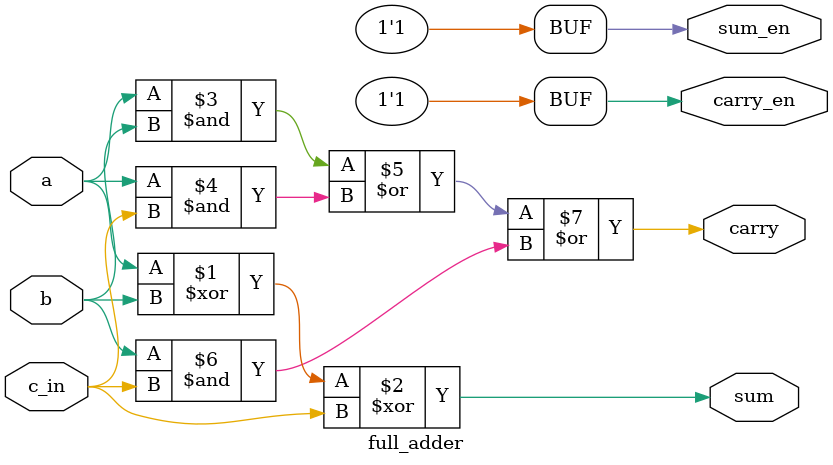
<source format=v>
(* top *) module full_adder(
  (* iopad_external_pin *) input  a,
  (* iopad_external_pin *) input  b,
  (* iopad_external_pin *) input  c_in,
  (* iopad_external_pin *) output sum,
  (* iopad_external_pin *) output sum_en,
  (* iopad_external_pin *) output carry,
  (* iopad_external_pin *) output carry_en
  );


  assign sum_en = 1'b1;
  assign carry_en = 1'b1;
  
  assign sum = a ^ b ^ c_in;
  assign carry = (a&b) | (a&c_in) | (b&c_in);
endmodule 
</source>
